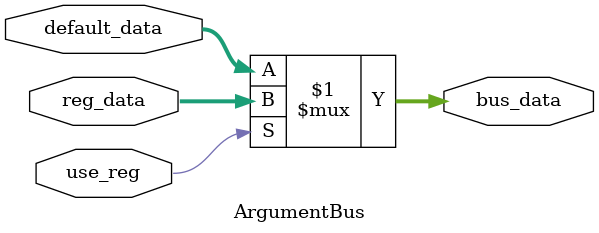
<source format=sv>
`default_nettype none

module ArgumentBus#(parameter
	 data_size = 16
	) (
	 input  logic                use_reg,
	 input  logic[data_size-1:0] reg_data,
	 input  logic[data_size-1:0] default_data,
	 output logic[data_size-1:0] bus_data
	);
	
	assign bus_data = use_reg ? reg_data : default_data;
endmodule // ArgumentBus

</source>
